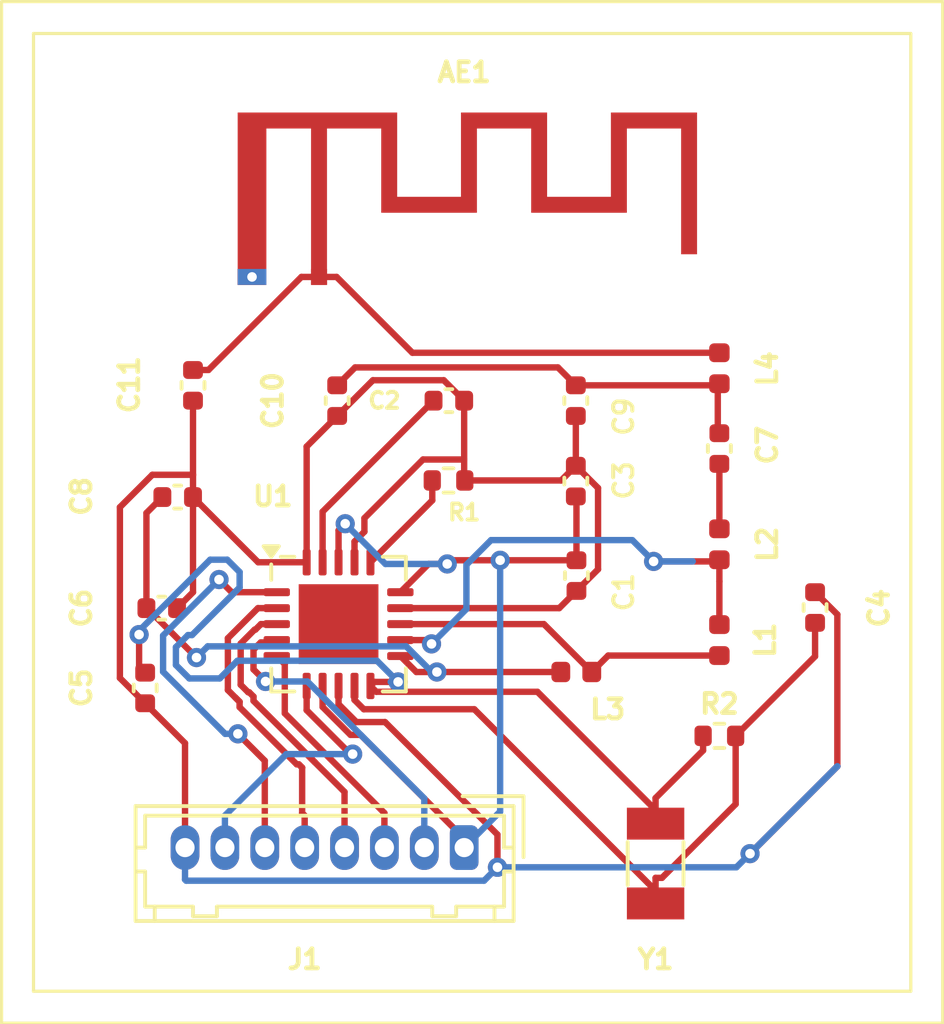
<source format=kicad_pcb>
(kicad_pcb (version 20241229) (generator "pcbnew") (generator_version "9.0")
  (layers (0 "F.Cu" signal) (2 "B.Cu" signal) (13 "F.Paste" user) (15 "B.Paste" user) (5 "F.SilkS" user "F.Silkscreen") (7 "B.SilkS" user "B.Silkscreen") (1 "F.Mask" user) (3 "B.Mask" user) (25 "Edge.Cuts" user))
  (net 0 "")
  (net 1 "Net-(AE1-A)")
  (net 2 "VDD")
  (net 3 "GND")
  (net 4 "Net-(U1-DVDD)")
  (net 5 "Net-(U1-XC2)")
  (net 6 "Net-(U1-XC1)")
  (net 7 "Net-(U1-VDD_PA)")
  (net 8 "Net-(C10-Pad2)")
  (net 9 "Net-(C7-Pad1)")
  (net 10 "Net-(J1-Pin_5)")
  (net 11 "Net-(J1-Pin_2)")
  (net 12 "Net-(J1-Pin_3)")
  (net 13 "Net-(J1-Pin_7)")
  (net 14 "Net-(J1-Pin_6)")
  (net 15 "Net-(J1-Pin_4)")
  (net 16 "Net-(U1-ANT1)")
  (net 17 "Net-(U1-ANT2)")
  (net 18 "Net-(U1-IREF)")
  (footprint "Inductor_SMD:L_0402_1005Metric" (layer "F.Cu") (at 93.5 66.5 -90)
    (property "Reference" "L1" (at 0 -1.437676 90) (layer "F.SilkS") (effects (font (size 0.6 0.6))))
    (property "Value" "8n2")
    (pad "1" smd roundrect (at -0.485 0 270) (size 0.59 0.64) (layers "F.Cu" "F.Mask" "F.Paste") (net 16 "Net-(U1-ANT1)"))
    (pad "2" smd roundrect (at 0.485 0 270) (size 0.59 0.64) (layers "F.Cu" "F.Mask" "F.Paste") (net 17 "Net-(U1-ANT2)"))
  )
  (footprint "Package_DFN_QFN:QFN-20-1EP_4x4mm_P0.5mm_EP2.5x2.5mm" (layer "F.Cu") (at 81.5625 66)
    (property "Reference" "U1" (at -2.0625 -4 0) (layer "F.SilkS") (effects (font (size 0.6 0.6))))
    (property "Value" "NRF24L01")
    (fp_line (start -2.11 -1.385) (end -2.11 -1.87) (stroke (width 0.12)) (layer "F.SilkS"))
    (fp_line (start -2.11 2.11) (end -2.11 1.385) (stroke (width 0.12)) (layer "F.SilkS"))
    (fp_line (start -1.385 -2.11) (end -1.81 -2.11) (stroke (width 0.12)) (layer "F.SilkS"))
    (fp_line (start -1.385 2.11) (end -2.11 2.11) (stroke (width 0.12)) (layer "F.SilkS"))
    (fp_line (start 1.385 -2.11) (end 2.11 -2.11) (stroke (width 0.12)) (layer "F.SilkS"))
    (fp_line (start 1.385 2.11) (end 2.11 2.11) (stroke (width 0.12)) (layer "F.SilkS"))
    (fp_line (start 2.11 -2.11) (end 2.11 -1.385) (stroke (width 0.12)) (layer "F.SilkS"))
    (fp_line (start 2.11 2.11) (end 2.11 1.385) (stroke (width 0.12)) (layer "F.SilkS"))
    (fp_poly (pts (xy -2.11 -2.11) (xy -2.35 -2.44) (xy -1.87 -2.44)) (stroke (width 0.12)) (fill yes) (layer "F.SilkS"))
    (pad "1" smd roundrect (at -1.9375 -1) (size 0.825 0.25) (layers "F.Cu" "F.Mask" "F.Paste") (net 14 "Net-(J1-Pin_6)"))
    (pad "2" smd roundrect (at -1.9375 -0.5) (size 0.825 0.25) (layers "F.Cu" "F.Mask" "F.Paste") (net 10 "Net-(J1-Pin_5)"))
    (pad "3" smd roundrect (at -1.9375 0) (size 0.825 0.25) (layers "F.Cu" "F.Mask" "F.Paste") (net 15 "Net-(J1-Pin_4)"))
    (pad "4" smd roundrect (at -1.9375 0.5) (size 0.825 0.25) (layers "F.Cu" "F.Mask" "F.Paste") (net 11 "Net-(J1-Pin_2)"))
    (pad "5" smd roundrect (at -1.9375 1) (size 0.825 0.25) (layers "F.Cu" "F.Mask" "F.Paste") (net 12 "Net-(J1-Pin_3)"))
    (pad "6" smd roundrect (at -1 1.9375) (size 0.25 0.825) (layers "F.Cu" "F.Mask" "F.Paste") (net 13 "Net-(J1-Pin_7)"))
    (pad "7" smd roundrect (at -0.5 1.9375) (size 0.25 0.825) (layers "F.Cu" "F.Mask" "F.Paste") (net 2 "VDD"))
    (pad "8" smd roundrect (at 0 1.9375) (size 0.25 0.825) (layers "F.Cu" "F.Mask" "F.Paste") (net 3 "GND"))
    (pad "9" smd roundrect (at 0.5 1.9375) (size 0.25 0.825) (layers "F.Cu" "F.Mask" "F.Paste") (net 5 "Net-(U1-XC2)"))
    (pad "10" smd roundrect (at 1 1.9375) (size 0.25 0.825) (layers "F.Cu" "F.Mask" "F.Paste") (net 6 "Net-(U1-XC1)"))
    (pad "11" smd roundrect (at 1.9375 1) (size 0.825 0.25) (layers "F.Cu" "F.Mask" "F.Paste") (net 7 "Net-(U1-VDD_PA)"))
    (pad "12" smd roundrect (at 1.9375 0.5) (size 0.825 0.25) (layers "F.Cu" "F.Mask" "F.Paste") (net 16 "Net-(U1-ANT1)"))
    (pad "13" smd roundrect (at 1.9375 0) (size 0.825 0.25) (layers "F.Cu" "F.Mask" "F.Paste") (net 17 "Net-(U1-ANT2)"))
    (pad "14" smd roundrect (at 1.9375 -0.5) (size 0.825 0.25) (layers "F.Cu" "F.Mask" "F.Paste") (net 3 "GND"))
    (pad "15" smd roundrect (at 1.9375 -1) (size 0.825 0.25) (layers "F.Cu" "F.Mask" "F.Paste") (net 2 "VDD"))
    (pad "16" smd roundrect (at 1 -1.9375) (size 0.25 0.825) (layers "F.Cu" "F.Mask" "F.Paste") (net 18 "Net-(U1-IREF)"))
    (pad "17" smd roundrect (at 0.5 -1.9375) (size 0.25 0.825) (layers "F.Cu" "F.Mask" "F.Paste") (net 3 "GND"))
    (pad "18" smd roundrect (at 0 -1.9375) (size 0.25 0.825) (layers "F.Cu" "F.Mask" "F.Paste") (net 2 "VDD"))
    (pad "19" smd roundrect (at -0.5 -1.9375) (size 0.25 0.825) (layers "F.Cu" "F.Mask" "F.Paste") (net 4 "Net-(U1-DVDD)"))
    (pad "20" smd roundrect (at -1 -1.9375) (size 0.25 0.825) (layers "F.Cu" "F.Mask" "F.Paste") (net 3 "GND"))
    (pad "21" smd rect (at 0 0) (size 2.5 2.5) (property pad_prop_heatsink) (layers "F.Cu" "F.Mask"))
  )
  (footprint "Capacitor_SMD:C_0402_1005Metric" (layer "F.Cu") (at 76.52 62.02)
    (property "Reference" "C8" (at -3.02 -0.02 90) (layer "F.SilkS") (effects (font (size 0.6 0.6))))
    (property "Value" "C_Small")
    (fp_line (start -0.107836 -0.36) (end 0.107836 -0.36) (stroke (width 0.12)) (layer "F.SilkS"))
    (fp_line (start -0.107836 0.36) (end 0.107836 0.36) (stroke (width 0.12)) (layer "F.SilkS"))
    (pad "1" smd roundrect (at -0.48 0) (size 0.56 0.62) (layers "F.Cu" "F.Mask" "F.Paste") (net 7 "Net-(U1-VDD_PA)"))
    (pad "2" smd roundrect (at 0.48 0) (size 0.56 0.62) (layers "F.Cu" "F.Mask" "F.Paste") (net 3 "GND"))
  )
  (footprint "Inductor_SMD:L_0402_1005Metric" (layer "F.Cu") (at 89.015 67.5 180)
    (property "Reference" "L3" (at -0.985 -1.17 0) (layer "F.SilkS") (effects (font (size 0.6 0.6))))
    (property "Value" "2n7")
    (pad "1" smd roundrect (at -0.485 0 180) (size 0.59 0.64) (layers "F.Cu" "F.Mask" "F.Paste") (net 17 "Net-(U1-ANT2)"))
    (pad "2" smd roundrect (at 0.485 0 180) (size 0.59 0.64) (layers "F.Cu" "F.Mask" "F.Paste") (net 7 "Net-(U1-VDD_PA)"))
  )
  (footprint "Capacitor_SMD:C_0402_1005Metric" (layer "F.Cu") (at 93.5 60.5 90)
    (property "Reference" "C7" (at 0.107836 1.5 90) (layer "F.SilkS") (effects (font (size 0.6 0.6))))
    (property "Value" "1p5")
    (fp_line (start -0.107836 -0.36) (end 0.107836 -0.36) (stroke (width 0.12)) (layer "F.SilkS"))
    (fp_line (start -0.107836 0.36) (end 0.107836 0.36) (stroke (width 0.12)) (layer "F.SilkS"))
    (pad "1" smd roundrect (at -0.48 0 90) (size 0.56 0.62) (layers "F.Cu" "F.Mask" "F.Paste") (net 9 "Net-(C7-Pad1)"))
    (pad "2" smd roundrect (at 0.48 0 90) (size 0.56 0.62) (layers "F.Cu" "F.Mask" "F.Paste") (net 8 "Net-(C10-Pad2)"))
  )
  (footprint "Connector_Hirose:Hirose_DF13-08P-1.25DSA_1x08_P1.25mm_Vertical" (layer "F.Cu") (at 85.5 73 180)
    (property "Reference" "J1" (at 5 -3.5 0) (layer "F.SilkS") (effects (font (size 0.6 0.6))))
    (property "Value" "Conn_01x08_Pin")
    (fp_line (start 10.3 1.3) (end 10.3 -2.3) (stroke (width 0.12)) (layer "F.SilkS"))
    (fp_line (start 10.3 -0.75) (end 10 -0.75) (stroke (width 0.12)) (layer "F.SilkS"))
    (fp_line (start 10.3 -2.3) (end -1.55 -2.3) (stroke (width 0.12)) (layer "F.SilkS"))
    (fp_line (start 10 1) (end 10 0) (stroke (width 0.12)) (layer "F.SilkS"))
    (fp_line (start 10 0) (end 10.3 0) (stroke (width 0.12)) (layer "F.SilkS"))
    (fp_line (start 10 -0.75) (end 10 -1.85) (stroke (width 0.12)) (layer "F.SilkS"))
    (fp_line (start 10 -1.85) (end 9.7 -1.85) (stroke (width 0.12)) (layer "F.SilkS"))
    (fp_line (start 9.7 -1.85) (end 9.7 -2.3) (stroke (width 0.12)) (layer "F.SilkS"))
    (fp_line (start 8.5 -1.85) (end 9.7 -1.85) (stroke (width 0.12)) (layer "F.SilkS"))
    (fp_line (start 8.5 -2.15) (end 8.5 -1.85) (stroke (width 0.12)) (layer "F.SilkS"))
    (fp_line (start 7.75 -1.85) (end 7.75 -2.15) (stroke (width 0.12)) (layer "F.SilkS"))
    (fp_line (start 7.75 -2.15) (end 8.5 -2.15) (stroke (width 0.12)) (layer "F.SilkS"))
    (fp_line (start 1 -1.85) (end 7.75 -1.85) (stroke (width 0.12)) (layer "F.SilkS"))
    (fp_line (start 1 -2.15) (end 1 -1.85) (stroke (width 0.12)) (layer "F.SilkS"))
    (fp_line (start 0.25 -1.85) (end 0.25 -2.15) (stroke (width 0.12)) (layer "F.SilkS"))
    (fp_line (start 0.25 -2.15) (end 1 -2.15) (stroke (width 0.12)) (layer "F.SilkS"))
    (fp_line (start -0.95 -1.85) (end 0.25 -1.85) (stroke (width 0.12)) (layer "F.SilkS"))
    (fp_line (start -0.95 -1.85) (end -0.95 -2.3) (stroke (width 0.12)) (layer "F.SilkS"))
    (fp_line (start -1.25 1) (end 10 1) (stroke (width 0.12)) (layer "F.SilkS"))
    (fp_line (start -1.25 0) (end -1.25 1) (stroke (width 0.12)) (layer "F.SilkS"))
    (fp_line (start -1.25 -0.75) (end -1.25 -1.85) (stroke (width 0.12)) (layer "F.SilkS"))
    (fp_line (start -1.25 -1.85) (end -0.95 -1.85) (stroke (width 0.12)) (layer "F.SilkS"))
    (fp_line (start -1.55 1.3) (end 10.3 1.3) (stroke (width 0.12)) (layer "F.SilkS"))
    (fp_line (start -1.55 0) (end -1.25 0) (stroke (width 0.12)) (layer "F.SilkS"))
    (fp_line (start -1.55 -0.75) (end -1.25 -0.75) (stroke (width 0.12)) (layer "F.SilkS"))
    (fp_line (start -1.55 -2.3) (end -1.55 1.3) (stroke (width 0.12)) (layer "F.SilkS"))
    (fp_line (start -1.86 1.61) (end 0.05 1.61) (stroke (width 0.12)) (layer "F.SilkS"))
    (fp_line (start -1.86 -0.3) (end -1.86 1.61) (stroke (width 0.12)) (layer "F.SilkS"))
    (pad "1" thru_hole roundrect (at 0 0 180) (size 0.9 1.4) (drill 0.6) (layers "*.Cu" "*.Mask") (net 2 "VDD"))
    (pad "2" thru_hole oval (at 1.25 0 180) (size 0.9 1.4) (drill 0.6) (layers "*.Cu" "*.Mask") (net 11 "Net-(J1-Pin_2)"))
    (pad "3" thru_hole oval (at 2.5 0 180) (size 0.9 1.4) (drill 0.6) (layers "*.Cu" "*.Mask") (net 12 "Net-(J1-Pin_3)"))
    (pad "4" thru_hole oval (at 3.75 0 180) (size 0.9 1.4) (drill 0.6) (layers "*.Cu" "*.Mask") (net 15 "Net-(J1-Pin_4)"))
    (pad "5" thru_hole oval (at 5 0 180) (size 0.9 1.4) (drill 0.6) (layers "*.Cu" "*.Mask") (net 10 "Net-(J1-Pin_5)"))
    (pad "6" thru_hole oval (at 6.25 0 180) (size 0.9 1.4) (drill 0.6) (layers "*.Cu" "*.Mask") (net 14 "Net-(J1-Pin_6)"))
    (pad "7" thru_hole oval (at 7.5 0 180) (size 0.9 1.4) (drill 0.6) (layers "*.Cu" "*.Mask") (net 13 "Net-(J1-Pin_7)"))
    (pad "8" thru_hole oval (at 8.75 0 180) (size 0.9 1.4) (drill 0.6) (layers "*.Cu" "*.Mask") (net 3 "GND"))
  )
  (footprint "Capacitor_SMD:C_0402_1005Metric" (layer "F.Cu") (at 89 61.52 90)
    (property "Reference" "C3" (at 0.02 1.5 90) (layer "F.SilkS") (effects (font (size 0.6 0.6) (thickness 0.125))))
    (property "Value" "1n")
    (fp_line (start -0.107836 -0.36) (end 0.107836 -0.36) (stroke (width 0.12)) (layer "F.SilkS"))
    (fp_line (start -0.107836 0.36) (end 0.107836 0.36) (stroke (width 0.12)) (layer "F.SilkS"))
    (pad "1" smd roundrect (at -0.48 0 90) (size 0.56 0.62) (layers "F.Cu" "F.Mask" "F.Paste") (net 2 "VDD"))
    (pad "2" smd roundrect (at 0.48 0 90) (size 0.56 0.62) (layers "F.Cu" "F.Mask" "F.Paste") (net 3 "GND"))
  )
  (footprint "RF_Antenna:Texas_SWRA117D_2.4GHz_Right" (layer "F.Cu") (at 80.95 55.125)
    (property "Reference" "AE1" (at 4.55 -6.41 0) (layer "F.SilkS") (effects (font (size 0.6 0.6))))
    (property "Value" "Antenna")
    (fp_poly (pts (xy 2.45 -2.51) (xy 4.45 -2.51) (xy 4.45 -5.15) (xy 7.15 -5.15) (xy 7.15 -2.51) (xy 9.15 -2.51) (xy 9.15 -5.15) (xy 11.85 -5.15) (xy 11.85 -0.71) (xy 11.35 -0.71) (xy 11.35 -4.65) (xy 9.65 -4.65) (xy 9.65 -2.01) (xy 6.65 -2.01) (xy 6.65 -4.65) (xy 4.95 -4.65) (xy 4.95 -2.01) (xy 1.95 -2.01) (xy 1.95 -4.65) (xy 0.25 -4.65) (xy 0.25 0.25) (xy -0.25 0.25) (xy -0.25 -4.65) (xy -1.65 -4.65) (xy -1.65 0.25) (xy -2.55 0.25) (xy -2.55 0.006785) (xy -2.247583 0.006785) (xy -2.237742 0.054395) (xy -2.213674 0.096797) (xy -2.175731 0.129581) (xy -2.167819 0.133935) (xy -2.125156 0.146043) (xy -2.076637 0.1453) (xy -2.031122 0.1324) (xy -2.012511 0.121787) (xy -1.978868 0.086553) (xy -1.958309 0.041368) (xy -1.951778 -0.008158) (xy -1.960218 -0.056417) (xy -1.977112 -0.088643) (xy -2.012372 -0.121313) (xy -2.057682 -0.141408) (xy -2.107267 -0.147982) (xy -2.155353 -0.140092) (xy -2.188245 -0.123186) (xy -2.223185 -0.086416) (xy -2.242847 -0.041622) (xy -2.247583 0.006785) (xy -2.55 0.006785) (xy -2.55 -5.15) (xy 2.45 -5.15) (xy 2.45 -2.51)) (fill yes) (layer "F.Cu"))
    (pad "1" connect rect (at 0 0) (size 0.5 0.5) (layers "F.Cu") (net 1 "Net-(AE1-A)"))
    (pad "2" thru_hole rect (at -2.1 0) (size 0.9 0.5) (drill 0.3) (layers "*.Cu"))
  )
  (footprint "Crystal:Crystal_SMD_3215-2Pin_3.2x1.5mm" (layer "F.Cu") (at 91.5 73.5 -90)
    (property "Reference" "Y1" (at 3 0 180) (layer "F.SilkS") (effects (font (size 0.6 0.6))))
    (property "Value" "16MHz")
    (fp_line (start -0.675 0.875) (end 0.675 0.875) (stroke (width 0.12)) (layer "F.SilkS"))
    (fp_line (start -0.675 -0.875) (end 0.675 -0.875) (stroke (width 0.12)) (layer "F.SilkS"))
    (pad "1" smd rect (at 1.25 0 270) (size 1 1.8) (layers "F.Cu" "F.Mask" "F.Paste") (net 5 "Net-(U1-XC2)"))
    (pad "2" smd rect (at -1.25 0 270) (size 1 1.8) (layers "F.Cu" "F.Mask" "F.Paste") (net 6 "Net-(U1-XC1)"))
  )
  (footprint "Capacitor_SMD:C_0402_1005Metric" (layer "F.Cu") (at 96.5 65.48 90)
    (property "Reference" "C4" (at -0.02 2 90) (layer "F.SilkS") (effects (font (size 0.6 0.6))))
    (property "Value" "22p")
    (fp_line (start -0.107836 -0.36) (end 0.107836 -0.36) (stroke (width 0.12)) (layer "F.SilkS"))
    (fp_line (start -0.107836 0.36) (end 0.107836 0.36) (stroke (width 0.12)) (layer "F.SilkS"))
    (pad "1" smd roundrect (at -0.48 0 90) (size 0.56 0.62) (layers "F.Cu" "F.Mask" "F.Paste") (net 5 "Net-(U1-XC2)"))
    (pad "2" smd roundrect (at 0.48 0 90) (size 0.56 0.62) (layers "F.Cu" "F.Mask" "F.Paste") (net 3 "GND"))
  )
  (footprint "Inductor_SMD:L_0402_1005Metric" (layer "F.Cu") (at 93.5 57.985 90)
    (property "Reference" "L4" (at -0.015 1.5 90) (layer "F.SilkS") (effects (font (size 0.6 0.6))))
    (property "Value" "Lx")
    (pad "1" smd roundrect (at -0.485 0 90) (size 0.59 0.64) (layers "F.Cu" "F.Mask" "F.Paste") (net 8 "Net-(C10-Pad2)"))
    (pad "2" smd roundrect (at 0.485 0 90) (size 0.59 0.64) (layers "F.Cu" "F.Mask" "F.Paste") (net 1 "Net-(AE1-A)"))
  )
  (footprint "Capacitor_SMD:C_0402_1005Metric" (layer "F.Cu") (at 85.02 59)
    (property "Reference" "C2" (at -2.02 0 0) (layer "F.SilkS") (effects (font (size 0.5 0.5) (thickness 0.125))))
    (property "Value" "33n")
    (fp_line (start -0.107836 -0.36) (end 0.107836 -0.36) (stroke (width 0.12)) (layer "F.SilkS"))
    (fp_line (start -0.107836 0.36) (end 0.107836 0.36) (stroke (width 0.12)) (layer "F.SilkS"))
    (pad "1" smd roundrect (at -0.48 0) (size 0.56 0.62) (layers "F.Cu" "F.Mask" "F.Paste") (net 4 "Net-(U1-DVDD)"))
    (pad "2" smd roundrect (at 0.48 0) (size 0.56 0.62) (layers "F.Cu" "F.Mask" "F.Paste") (net 3 "GND"))
  )
  (footprint "Capacitor_SMD:C_0402_1005Metric" (layer "F.Cu") (at 75.5 68 -90)
    (property "Reference" "C5" (at 0 2 90) (layer "F.SilkS") (effects (font (size 0.6 0.6))))
    (property "Value" "22p")
    (fp_line (start -0.107836 0.36) (end 0.107836 0.36) (stroke (width 0.12)) (layer "F.SilkS"))
    (fp_line (start -0.107836 -0.36) (end 0.107836 -0.36) (stroke (width 0.12)) (layer "F.SilkS"))
    (pad "1" smd roundrect (at -0.48 0 270) (size 0.56 0.62) (layers "F.Cu" "F.Mask" "F.Paste") (net 6 "Net-(U1-XC1)"))
    (pad "2" smd roundrect (at 0.48 0 270) (size 0.56 0.62) (layers "F.Cu" "F.Mask" "F.Paste") (net 3 "GND"))
  )
  (footprint "Inductor_SMD:L_0402_1005Metric" (layer "F.Cu") (at 93.5 63.5 90)
    (property "Reference" "L2" (at 0 1.5 90) (layer "F.SilkS") (effects (font (size 0.6 0.6))))
    (property "Value" "3n9")
    (pad "1" smd roundrect (at -0.485 0 90) (size 0.59 0.64) (layers "F.Cu" "F.Mask" "F.Paste") (net 16 "Net-(U1-ANT1)"))
    (pad "2" smd roundrect (at 0.485 0 90) (size 0.59 0.64) (layers "F.Cu" "F.Mask" "F.Paste") (net 9 "Net-(C7-Pad1)"))
  )
  (footprint "Resistor_SMD:R_0402_1005Metric" (layer "F.Cu") (at 85.01 61.5)
    (property "Reference" "R1" (at 0.49 1 0) (layer "F.SilkS") (effects (font (size 0.5 0.5) (thickness 0.125))))
    (property "Value" "22k")
    (fp_line (start -0.153641 -0.38) (end 0.153641 -0.38) (stroke (width 0.12)) (layer "F.SilkS"))
    (fp_line (start -0.153641 0.38) (end 0.153641 0.38) (stroke (width 0.12)) (layer "F.SilkS"))
    (pad "1" smd roundrect (at -0.51 0) (size 0.54 0.64) (layers "F.Cu" "F.Mask" "F.Paste") (net 18 "Net-(U1-IREF)"))
    (pad "2" smd roundrect (at 0.51 0) (size 0.54 0.64) (layers "F.Cu" "F.Mask" "F.Paste") (net 3 "GND"))
  )
  (footprint "Capacitor_SMD:C_0402_1005Metric" (layer "F.Cu") (at 77 58.52 90)
    (property "Reference" "C11" (at 0.02 -2 90) (layer "F.SilkS") (effects (font (size 0.6 0.6))))
    (property "Value" "Cx")
    (fp_line (start -0.107836 -0.36) (end 0.107836 -0.36) (stroke (width 0.12)) (layer "F.SilkS"))
    (fp_line (start -0.107836 0.36) (end 0.107836 0.36) (stroke (width 0.12)) (layer "F.SilkS"))
    (pad "1" smd roundrect (at -0.48 0 90) (size 0.56 0.62) (layers "F.Cu" "F.Mask" "F.Paste") (net 3 "GND"))
    (pad "2" smd roundrect (at 0.48 0 90) (size 0.56 0.62) (layers "F.Cu" "F.Mask" "F.Paste") (net 1 "Net-(AE1-A)"))
  )
  (footprint "Resistor_SMD:R_0402_1005Metric" (layer "F.Cu") (at 93.5 69.5 180)
    (property "Reference" "R2" (at 0 1 0) (layer "F.SilkS") (effects (font (size 0.6 0.6))))
    (property "Value" "10M")
    (fp_line (start -0.153641 0.38) (end 0.153641 0.38) (stroke (width 0.12)) (layer "F.SilkS"))
    (fp_line (start -0.153641 -0.38) (end 0.153641 -0.38) (stroke (width 0.12)) (layer "F.SilkS"))
    (pad "1" smd roundrect (at -0.51 0 180) (size 0.54 0.64) (layers "F.Cu" "F.Mask" "F.Paste") (net 5 "Net-(U1-XC2)"))
    (pad "2" smd roundrect (at 0.51 0 180) (size 0.54 0.64) (layers "F.Cu" "F.Mask" "F.Paste") (net 6 "Net-(U1-XC1)"))
  )
  (footprint "Capacitor_SMD:C_0402_1005Metric" (layer "F.Cu") (at 81.52 59 90)
    (property "Reference" "C10" (at 0 -2.02 90) (layer "F.SilkS") (effects (font (size 0.6 0.6))))
    (property "Value" "Cx")
    (fp_line (start -0.107836 -0.36) (end 0.107836 -0.36) (stroke (width 0.12)) (layer "F.SilkS"))
    (fp_line (start -0.107836 0.36) (end 0.107836 0.36) (stroke (width 0.12)) (layer "F.SilkS"))
    (pad "1" smd roundrect (at -0.48 0 90) (size 0.56 0.62) (layers "F.Cu" "F.Mask" "F.Paste") (net 3 "GND"))
    (pad "2" smd roundrect (at 0.48 0 90) (size 0.56 0.62) (layers "F.Cu" "F.Mask" "F.Paste") (net 8 "Net-(C10-Pad2)"))
  )
  (footprint "Capacitor_SMD:C_0402_1005Metric" (layer "F.Cu") (at 89.02 64.48 -90)
    (property "Reference" "C1" (at 0.52 -1.48 90) (layer "F.SilkS") (effects (font (size 0.6 0.6) (thickness 0.125))))
    (property "Value" "10n")
    (fp_line (start -0.107836 0.36) (end 0.107836 0.36) (stroke (width 0.12)) (layer "F.SilkS"))
    (fp_line (start -0.107836 -0.36) (end 0.107836 -0.36) (stroke (width 0.12)) (layer "F.SilkS"))
    (pad "1" smd roundrect (at -0.48 0 270) (size 0.56 0.62) (layers "F.Cu" "F.Mask" "F.Paste") (net 2 "VDD"))
    (pad "2" smd roundrect (at 0.48 0 270) (size 0.56 0.62) (layers "F.Cu" "F.Mask" "F.Paste") (net 3 "GND"))
  )
  (footprint "Capacitor_SMD:C_0402_1005Metric" (layer "F.Cu") (at 76.02 65.5)
    (property "Reference" "C6" (at -2.52 0 90) (layer "F.SilkS") (effects (font (size 0.6 0.6))))
    (property "Value" "C_Small")
    (fp_line (start -0.107836 -0.36) (end 0.107836 -0.36) (stroke (width 0.12)) (layer "F.SilkS"))
    (fp_line (start -0.107836 0.36) (end 0.107836 0.36) (stroke (width 0.12)) (layer "F.SilkS"))
    (pad "1" smd roundrect (at -0.48 0) (size 0.56 0.62) (layers "F.Cu" "F.Mask" "F.Paste") (net 7 "Net-(U1-VDD_PA)"))
    (pad "2" smd roundrect (at 0.48 0) (size 0.56 0.62) (layers "F.Cu" "F.Mask" "F.Paste") (net 3 "GND"))
  )
  (footprint "Capacitor_SMD:C_0402_1005Metric" (layer "F.Cu") (at 89 59 90)
    (property "Reference" "C9" (at -0.5 1.5 90) (layer "F.SilkS") (effects (font (size 0.6 0.6) (thickness 0.125))))
    (property "Value" "1p")
    (fp_line (start -0.107836 -0.36) (end 0.107836 -0.36) (stroke (width 0.12)) (layer "F.SilkS"))
    (fp_line (start -0.107836 0.36) (end 0.107836 0.36) (stroke (width 0.12)) (layer "F.SilkS"))
    (pad "1" smd roundrect (at -0.48 0 90) (size 0.56 0.62) (layers "F.Cu" "F.Mask" "F.Paste") (net 3 "GND"))
    (pad "2" smd roundrect (at 0.48 0 90) (size 0.56 0.62) (layers "F.Cu" "F.Mask" "F.Paste") (net 8 "Net-(C10-Pad2)"))
  )
  (gr_line (start 72 77.5) (end 99.5 77.5) (stroke (width 0.1)) (layer "F.SilkS"))
  (gr_line (start 99.5 77.5) (end 99.5 47.5) (stroke (width 0.1)) (layer "F.SilkS"))
  (gr_line (start 72 47.5) (end 72 77.5) (stroke (width 0.1)) (layer "F.SilkS"))
  (gr_rect (start 71 46.5) (end 100.5 78.5) (stroke (width 0.1)) (fill no) (layer "F.SilkS"))
  (gr_line (start 72 47.5) (end 99.5 47.5) (stroke (width 0.1)) (layer "F.SilkS"))
  (segment (start 93.5 57.5) (end 83.8767 57.5) (width 0.2) (layer "F.Cu") (net 1))
  (segment (start 83.8767 57.5) (end 81.5017 55.125) (width 0.2) (layer "F.Cu") (net 1))
  (segment (start 80.95 55.125) (end 81.5017 55.125) (width 0.2) (layer "F.Cu") (net 1))
  (segment (start 80.95 55.125) (end 80.3983 55.125) (width 0.2) (layer "F.Cu") (net 1))
  (segment (start 77.4833 58.04) (end 80.3983 55.125) (width 0.2) (layer "F.Cu") (net 1))
  (segment (start 77 58.04) (end 77.4833 58.04) (width 0.2) (layer "F.Cu") (net 1))
  (segment (start 81.9377 69.4701) (end 81.0625 68.5949) (width 0.2) (layer "F.Cu") (net 2))
  (segment (start 85.5 73) (end 85.5 72.7155) (width 0.2) (layer "F.Cu") (net 2))
  (segment (start 89.02 62.02) (end 89.02 64) (width 0.2) (layer "F.Cu") (net 2))
  (segment (start 82.2546 69.4701) (end 81.9377 69.4701) (width 0.2) (layer "F.Cu") (net 2))
  (segment (start 81.6668 62.9595) (end 81.771 62.8553) (width 0.2) (layer "F.Cu") (net 2))
  (segment (start 85.0428 64) (end 85.0841 64) (width 0.2) (layer "F.Cu") (net 2))
  (segment (start 81.0625 68.5949) (end 81.0625 67.9375) (width 0.2) (layer "F.Cu") (net 2))
  (segment (start 86.628 64) (end 85.0841 64) (width 0.2) (layer "F.Cu") (net 2))
  (segment (start 83.5 65) (end 84.3848 64.1152) (width 0.2) (layer "F.Cu") (net 2))
  (segment (start 85.5 72.7155) (end 82.2546 69.4701) (width 0.2) (layer "F.Cu") (net 2))
  (segment (start 84.3848 64.1152) (end 84.9689 64.1152) (width 0.2) (layer "F.Cu") (net 2))
  (segment (start 81.5625 63.0638) (end 81.5625 64.0625) (width 0.2) (layer "F.Cu") (net 2))
  (segment (start 84.9689 64) (end 84.9689 64.1152) (width 0.2) (layer "F.Cu") (net 2))
  (segment (start 81.771 62.8553) (end 81.5625 63.0638) (width 0.2) (layer "F.Cu") (net 2))
  (segment (start 81.771 62.8553) (end 81.6668 62.9595) (width 0.2) (layer "F.Cu") (net 2))
  (segment (start 86.628 64) (end 89.02 64) (width 0.2) (layer "F.Cu") (net 2))
  (segment (start 84.9689 64) (end 85.0428 64) (width 0.2) (layer "F.Cu") (net 2))
  (segment (start 89 62) (end 89.02 62.02) (width 0.2) (layer "F.Cu") (net 2))
  (via (at 84.9689 64.1152) (size 0.6) (drill 0.3) (layers "F.Cu" "B.Cu") (net 2))
  (via (at 86.628 64) (size 0.6) (drill 0.3) (layers "F.Cu" "B.Cu") (net 2))
  (via (at 81.771 62.8553) (size 0.6) (drill 0.3) (layers "F.Cu" "B.Cu") (net 2))
  (segment (start 83.0309 64.1152) (end 81.771 62.8553) (width 0.2) (layer "B.Cu") (net 2))
  (segment (start 84.9689 64.1152) (end 83.0309 64.1152) (width 0.2) (layer "B.Cu") (net 2))
  (segment (start 81.6668 62.9595) (end 81.771 62.8553) (width 0.2) (layer "B.Cu") (net 2))
  (segment (start 81.771 62.8553) (end 81.6668 62.9595) (width 0.2) (layer "B.Cu") (net 2))
  (segment (start 85.5 73) (end 86.628 71.872) (width 0.2) (layer "B.Cu") (net 2))
  (segment (start 86.628 71.872) (end 86.628 64) (width 0.2) (layer "B.Cu") (net 2))
  (segment (start 82.1227 69.0684) (end 81.5625 68.5082) (width 0.2) (layer "F.Cu") (net 3))
  (segment (start 89.6968 61.7368) (end 89.6968 64.2832) (width 0.2) (layer "F.Cu") (net 3))
  (segment (start 82.6391 58.3609) (end 84.8609 58.3609) (width 0.2) (layer "F.Cu") (net 3))
  (segment (start 75.5 68.48) (end 76.75 69.73) (width 0.2) (layer "F.Cu") (net 3))
  (segment (start 85.5 61.48) (end 85.5 60.8436) (width 0.2) (layer "F.Cu") (net 3))
  (segment (start 77 65) (end 76.5 65.5) (width 0.2) (layer "F.Cu") (net 3))
  (segment (start 82.3727 63.1045) (end 82.3727 62.6813) (width 0.2) (layer "F.Cu") (net 3))
  (segment (start 80.5625 60.4375) (end 81.52 59.48) (width 0.2) (layer "F.Cu") (net 3))
  (segment (start 74.7086 67.6886) (end 75.5 68.48) (width 0.2) (layer "F.Cu") (net 3))
  (segment (start 86.5435 72.5922) (end 83.0197 69.0684) (width 0.2) (layer "F.Cu") (net 3))
  (segment (start 86.5435 73.6172) (end 86.5435 72.5922) (width 0.2) (layer "F.Cu") (net 3))
  (segment (start 77 61.3226) (end 75.724 61.3226) (width 0.2) (layer "F.Cu") (net 3))
  (segment (start 85.52 61.5) (end 85.5 61.48) (width 0.2) (layer "F.Cu") (net 3))
  (segment (start 83.5 65.5) (end 88.48 65.5) (width 0.2) (layer "F.Cu") (net 3))
  (segment (start 79.0425 64.0625) (end 77 62.02) (width 0.2) (layer "F.Cu") (net 3))
  (segment (start 88.54 61.5) (end 85.52 61.5) (width 0.2) (layer "F.Cu") (net 3))
  (segment (start 97.1975 65.6975) (end 96.5 65) (width 0.2) (layer "F.Cu") (net 3))
  (segment (start 94.4612 73.1897) (end 97.1975 70.4534) (width 0.2) (layer "F.Cu") (net 3))
  (segment (start 89.6968 64.2832) (end 89.02 64.96) (width 0.2) (layer "F.Cu") (net 3))
  (segment (start 80.5625 64.0625) (end 79.0425 64.0625) (width 0.2) (layer "F.Cu") (net 3))
  (segment (start 84.2104 60.8436) (end 85.5 60.8436) (width 0.2) (layer "F.Cu") (net 3))
  (segment (start 77 62.02) (end 77 65) (width 0.2) (layer "F.Cu") (net 3))
  (segment (start 83.0197 69.0684) (end 82.1227 69.0684) (width 0.2) (layer "F.Cu") (net 3))
  (segment (start 74.7086 62.338) (end 74.7086 67.6886) (width 0.2) (layer "F.Cu") (net 3))
  (segment (start 75.724 61.3226) (end 74.7086 62.338) (width 0.2) (layer "F.Cu") (net 3))
  (segment (start 89 59.48) (end 89 61.04) (width 0.2) (layer "F.Cu") (net 3))
  (segment (start 81.52 59.48) (end 82.6391 58.3609) (width 0.2) (layer "F.Cu") (net 3))
  (segment (start 89 61.04) (end 89.6968 61.7368) (width 0.2) (layer "F.Cu") (net 3))
  (segment (start 97.1975 70.4534) (end 94.4612 73.1897) (width 0.2) (layer "F.Cu") (net 3))
  (segment (start 89 61.04) (end 88.54 61.5) (width 0.2) (layer "F.Cu") (net 3))
  (segment (start 94.4612 73.1897) (end 97.1975 70.4534) (width 0.2) (layer "F.Cu") (net 3))
  (segment (start 76.75 69.73) (end 76.75 73) (width 0.2) (layer "F.Cu") (net 3))
  (segment (start 77 59) (end 77 61.3226) (width 0.2) (layer "F.Cu") (net 3))
  (segment (start 88.48 65.5) (end 89.02 64.96) (width 0.2) (layer "F.Cu") (net 3))
  (segment (start 82.0625 64.0625) (end 82.0625 63.4147) (width 0.2) (layer "F.Cu") (net 3))
  (segment (start 81.5625 68.5082) (end 81.5625 67.9375) (width 0.2) (layer "F.Cu") (net 3))
  (segment (start 97.1975 70.4534) (end 97.1975 65.6975) (width 0.2) (layer "F.Cu") (net 3))
  (segment (start 82.0625 63.4147) (end 82.3727 63.1045) (width 0.2) (layer "F.Cu") (net 3))
  (segment (start 82.3727 62.6813) (end 84.2104 60.8436) (width 0.2) (layer "F.Cu") (net 3))
  (segment (start 80.5625 64.0625) (end 80.5625 60.4375) (width 0.2) (layer "F.Cu") (net 3))
  (segment (start 77 61.3226) (end 77 62.02) (width 0.2) (layer "F.Cu") (net 3))
  (segment (start 84.8609 58.3609) (end 85.5 59) (width 0.2) (layer "F.Cu") (net 3))
  (segment (start 85.5 60.8436) (end 85.5 59) (width 0.2) (layer "F.Cu") (net 3))
  (via (at 94.4612 73.1897) (size 0.6) (drill 0.3) (layers "F.Cu" "B.Cu") (net 3))
  (via (at 86.5435 73.6172) (size 0.6) (drill 0.3) (layers "F.Cu" "B.Cu") (net 3))
  (segment (start 94.0337 73.6172) (end 94.4612 73.1897) (width 0.2) (layer "B.Cu") (net 3))
  (segment (start 76.75 73) (end 76.75 74.0017) (width 0.2) (layer "B.Cu") (net 3))
  (segment (start 94.4612 73.1897) (end 97.1975 70.4534) (width 0.2) (layer "B.Cu") (net 3))
  (segment (start 86.123 74.0377) (end 86.5435 73.6172) (width 0.2) (layer "B.Cu") (net 3))
  (segment (start 76.75 74.0017) (end 76.786 74.0377) (width 0.2) (layer "B.Cu") (net 3))
  (segment (start 97.1975 70.4534) (end 94.4612 73.1897) (width 0.2) (layer "B.Cu") (net 3))
  (segment (start 86.5435 73.6172) (end 94.0337 73.6172) (width 0.2) (layer "B.Cu") (net 3))
  (segment (start 76.786 74.0377) (end 86.123 74.0377) (width 0.2) (layer "B.Cu") (net 3))
  (segment (start 81.0625 62.4775) (end 81.0625 64.0625) (width 0.2) (layer "F.Cu") (net 4))
  (segment (start 84.54 59) (end 81.0625 62.4775) (width 0.2) (layer "F.Cu") (net 4))
  (segment (start 91.7004 73.9483) (end 94.01 71.6387) (width 0.2) (layer "F.Cu") (net 5))
  (segment (start 91.5 73.9483) (end 91.7004 73.9483) (width 0.2) (layer "F.Cu") (net 5))
  (segment (start 91.5 74.3491) (end 85.8176 68.6667) (width 0.2) (layer "F.Cu") (net 5))
  (segment (start 91.5 74.3491) (end 91.5 73.9483) (width 0.2) (layer "F.Cu") (net 5))
  (segment (start 91.5 74.75) (end 91.5 74.3491) (width 0.2) (layer "F.Cu") (net 5))
  (segment (start 85.8176 68.6667) (end 82.3543 68.6667) (width 0.2) (layer "F.Cu") (net 5))
  (segment (start 96.5 65.96) (end 96.5 67.01) (width 0.2) (layer "F.Cu") (net 5))
  (segment (start 82.3543 68.6667) (end 82.0625 68.3749) (width 0.2) (layer "F.Cu") (net 5))
  (segment (start 94.01 71.6387) (end 94.01 69.5) (width 0.2) (layer "F.Cu") (net 5))
  (segment (start 82.0625 68.3749) (end 82.0625 67.9375) (width 0.2) (layer "F.Cu") (net 5))
  (segment (start 96.5 67.01) (end 94.01 69.5) (width 0.2) (layer "F.Cu") (net 5))
  (segment (start 75.3103 66.525) (end 75.3103 66.3282) (width 0.2) (layer "F.Cu") (net 6))
  (segment (start 83.4293 67.8106) (end 82.6894 67.8106) (width 0.2) (layer "F.Cu") (net 6))
  (segment (start 75.5 67.52) (end 75.3103 67.3303) (width 0.2) (layer "F.Cu") (net 6))
  (segment (start 91.5 72.25) (end 91.5 71.8237) (width 0.2) (layer "F.Cu") (net 6))
  (segment (start 87.7959 68.1196) (end 91.5 71.8237) (width 0.2) (layer "F.Cu") (net 6))
  (segment (start 92.99 69.5) (end 92.99 69.9583) (width 0.2) (layer "F.Cu") (net 6))
  (segment (start 91.5 71.8237) (end 91.5 71.4483) (width 0.2) (layer "F.Cu") (net 6))
  (segment (start 82.5625 67.9375) (end 82.7446 68.1196) (width 0.2) (layer "F.Cu") (net 6))
  (segment (start 83.4293 67.8106) (end 83.1981 67.8106) (width 0.2) (layer "F.Cu") (net 6))
  (segment (start 82.6894 67.8106) (end 82.5625 67.9375) (width 0.2) (layer "F.Cu") (net 6))
  (segment (start 82.7446 68.1196) (end 87.7959 68.1196) (width 0.2) (layer "F.Cu") (net 6))
  (segment (start 92.99 69.9583) (end 91.5 71.4483) (width 0.2) (layer "F.Cu") (net 6))
  (segment (start 83.1981 67.8106) (end 83.4293 67.8106) (width 0.2) (layer "F.Cu") (net 6))
  (segment (start 75.3103 67.3303) (end 75.3103 66.525) (width 0.2) (layer "F.Cu") (net 6))
  (via (at 75.3103 66.3282) (size 0.6) (drill 0.3) (layers "F.Cu" "B.Cu") (net 6))
  (via (at 83.4293 67.8106) (size 0.6) (drill 0.3) (layers "F.Cu" "B.Cu") (net 6))
  (segment (start 76.8838 67.7009) (end 77.839 67.7009) (width 0.2) (layer "B.Cu") (net 6))
  (segment (start 77.839 67.7009) (end 78.3922 67.1477) (width 0.2) (layer "B.Cu") (net 6))
  (segment (start 78.3922 67.1477) (end 82.7664 67.1477) (width 0.2) (layer "B.Cu") (net 6))
  (segment (start 75.3103 66.2101) (end 77.5378 63.9826) (width 0.2) (layer "B.Cu") (net 6))
  (segment (start 83.1981 67.8106) (end 83.4293 67.8106) (width 0.2) (layer "B.Cu") (net 6))
  (segment (start 76.9703 66.3425) (end 76.8436 66.3425) (width 0.2) (layer "B.Cu") (net 6))
  (segment (start 78.4616 64.3693) (end 78.4616 64.8512) (width 0.2) (layer "B.Cu") (net 6))
  (segment (start 76.8436 66.3425) (end 76.4639 66.7222) (width 0.2) (layer "B.Cu") (net 6))
  (segment (start 78.0749 63.9826) (end 78.4616 64.3693) (width 0.2) (layer "B.Cu") (net 6))
  (segment (start 82.7664 67.1477) (end 83.4293 67.8106) (width 0.2) (layer "B.Cu") (net 6))
  (segment (start 76.4639 66.7222) (end 76.4639 67.281) (width 0.2) (layer "B.Cu") (net 6))
  (segment (start 75.3103 66.3282) (end 75.3103 66.2101) (width 0.2) (layer "B.Cu") (net 6))
  (segment (start 76.4639 67.281) (end 76.8838 67.7009) (width 0.2) (layer "B.Cu") (net 6))
  (segment (start 83.4293 67.8106) (end 83.1981 67.8106) (width 0.2) (layer "B.Cu") (net 6))
  (segment (start 77.5378 63.9826) (end 78.0749 63.9826) (width 0.2) (layer "B.Cu") (net 6))
  (segment (start 78.4616 64.8512) (end 76.9703 66.3425) (width 0.2) (layer "B.Cu") (net 6))
  (segment (start 83.5 67) (end 84 67.5) (width 0.2) (layer "F.Cu") (net 7))
  (segment (start 84.645 67.5) (end 84.5662 67.5788) (width 0.2) (layer "F.Cu") (net 7))
  (segment (start 75.54 62.52) (end 75.54 65.5) (width 0.2) (layer "F.Cu") (net 7))
  (segment (start 88.53 67.5) (end 84.645 67.5) (width 0.2) (layer "F.Cu") (net 7))
  (segment (start 76.04 62.02) (end 75.54 62.52) (width 0.2) (layer "F.Cu") (net 7))
  (segment (start 77.0799 67.0179) (end 77.1097 67.0477) (width 0.2) (layer "F.Cu") (net 7))
  (segment (start 77.1097 67.0477) (end 75.562 65.5) (width 0.2) (layer "F.Cu") (net 7))
  (segment (start 84 67.5) (end 84.645 67.5) (width 0.2) (layer "F.Cu") (net 7))
  (segment (start 84.5662 67.5788) (end 84.645 67.5) (width 0.2) (layer "F.Cu") (net 7))
  (segment (start 75.562 65.5) (end 75.54 65.5) (width 0.2) (layer "F.Cu") (net 7))
  (segment (start 77.1097 67.0477) (end 77.0799 67.0179) (width 0.2) (layer "F.Cu") (net 7))
  (via (at 77.1097 67.0477) (size 0.6) (drill 0.3) (layers "F.Cu" "B.Cu") (net 7))
  (via (at 84.645 67.5) (size 0.6) (drill 0.3) (layers "F.Cu" "B.Cu") (net 7))
  (segment (start 84.645 67.5) (end 84.4874 67.5) (width 0.2) (layer "B.Cu") (net 7))
  (segment (start 84.4874 67.5) (end 83.6836 66.6962) (width 0.2) (layer "B.Cu") (net 7))
  (segment (start 77.1097 67.0477) (end 77.0799 67.0179) (width 0.2) (layer "B.Cu") (net 7))
  (segment (start 83.6836 66.6962) (end 77.4612 66.6962) (width 0.2) (layer "B.Cu") (net 7))
  (segment (start 77.4612 66.6962) (end 77.1097 67.0477) (width 0.2) (layer "B.Cu") (net 7))
  (segment (start 77.0799 67.0179) (end 77.1097 67.0477) (width 0.2) (layer "B.Cu") (net 7))
  (segment (start 93.45 58.52) (end 93.5 58.47) (width 0.2) (layer "F.Cu") (net 8))
  (segment (start 89 58.52) (end 88.4392 57.9592) (width 0.2) (layer "F.Cu") (net 8))
  (segment (start 88.4392 57.9592) (end 82.0808 57.9592) (width 0.2) (layer "F.Cu") (net 8))
  (segment (start 89 58.52) (end 93.45 58.52) (width 0.2) (layer "F.Cu") (net 8))
  (segment (start 93.5 60.02) (end 93.45 59.97) (width 0.2) (layer "F.Cu") (net 8))
  (segment (start 82.0808 57.9592) (end 81.52 58.52) (width 0.2) (layer "F.Cu") (net 8))
  (segment (start 93.45 59.97) (end 93.45 58.52) (width 0.2) (layer "F.Cu") (net 8))
  (segment (start 93.5 63.015) (end 93.5 60.98) (width 0.2) (layer "F.Cu") (net 9))
  (segment (start 79.625 65.5) (end 79.0351 65.5) (width 0.2) (layer "F.Cu") (net 10))
  (segment (start 78.4604 68.6013) (end 80.2523 70.3932) (width 0.2) (layer "F.Cu") (net 10))
  (segment (start 78.4604 68.4331) (end 78.4604 68.6013) (width 0.2) (layer "F.Cu") (net 10))
  (segment (start 78.3285 68.3012) (end 78.4604 68.4331) (width 0.2) (layer "F.Cu") (net 10))
  (segment (start 78.0931 66.442) (end 78.0931 68.0658) (width 0.2) (layer "F.Cu") (net 10))
  (segment (start 80.5 73) (end 80.5 71.9983) (width 0.2) (layer "F.Cu") (net 10))
  (segment (start 78.0931 68.0658) (end 78.3285 68.3012) (width 0.2) (layer "F.Cu") (net 10))
  (segment (start 78.3285 68.3012) (end 78.4604 68.4331) (width 0.2) (layer "F.Cu") (net 10))
  (segment (start 80.4212 71.9195) (end 80.5 71.9983) (width 0.2) (layer "F.Cu") (net 10))
  (segment (start 79.0351 65.5) (end 78.0931 66.442) (width 0.2) (layer "F.Cu") (net 10))
  (segment (start 80.3182 70.3932) (end 80.4212 70.4962) (width 0.2) (layer "F.Cu") (net 10))
  (segment (start 80.2523 70.3932) (end 80.3182 70.3932) (width 0.2) (layer "F.Cu") (net 10))
  (segment (start 80.4212 70.4962) (end 80.4212 71.9195) (width 0.2) (layer "F.Cu") (net 10))
  (segment (start 80.3182 70.3932) (end 80.4212 70.4962) (width 0.2) (layer "F.Cu") (net 10))
  (segment (start 79.1357 67.6577) (end 79.2747 67.7967) (width 0.2) (layer "F.Cu") (net 11))
  (segment (start 78.8965 67.4185) (end 78.8965 66.8005) (width 0.2) (layer "F.Cu") (net 11))
  (segment (start 79.2747 67.7967) (end 78.8965 67.4185) (width 0.2) (layer "F.Cu") (net 11))
  (segment (start 79.2747 67.7967) (end 79.1357 67.6577) (width 0.2) (layer "F.Cu") (net 11))
  (segment (start 79.5519 66.5731) (end 79.625 66.5) (width 0.2) (layer "F.Cu") (net 11))
  (segment (start 78.8965 66.8005) (end 79.1239 66.5731) (width 0.2) (layer "F.Cu") (net 11))
  (segment (start 79.1239 66.5731) (end 79.5519 66.5731) (width 0.2) (layer "F.Cu") (net 11))
  (via (at 79.2747 67.7967) (size 0.6) (drill 0.3) (layers "F.Cu" "B.Cu") (net 11))
  (segment (start 79.1357 67.6577) (end 79.2747 67.7967) (width 0.2) (layer "B.Cu") (net 11))
  (segment (start 84.25 73) (end 84.25 71.4604) (width 0.2) (layer "B.Cu") (net 11))
  (segment (start 80.5863 67.7967) (end 79.2747 67.7967) (width 0.2) (layer "B.Cu") (net 11))
  (segment (start 84.25 71.4604) (end 80.5863 67.7967) (width 0.2) (layer "B.Cu") (net 11))
  (segment (start 79.2747 67.7967) (end 79.1357 67.6577) (width 0.2) (layer "B.Cu") (net 11))
  (segment (start 83 71.9172) (end 79.8764 68.7936) (width 0.2) (layer "F.Cu") (net 12))
  (segment (start 79.8764 67.2514) (end 79.625 67) (width 0.2) (layer "F.Cu") (net 12))
  (segment (start 79.8764 68.7936) (end 79.8764 67.2514) (width 0.2) (layer "F.Cu") (net 12))
  (segment (start 83 73) (end 83 71.9172) (width 0.2) (layer "F.Cu") (net 12))
  (segment (start 81.9377 70.0718) (end 82.0054 70.0718) (width 0.2) (layer "F.Cu") (net 13))
  (segment (start 80.5625 68.6966) (end 81.9377 70.0718) (width 0.2) (layer "F.Cu") (net 13))
  (segment (start 80.5625 67.9375) (end 80.5625 68.6966) (width 0.2) (layer "F.Cu") (net 13))
  (via (at 82.0054 70.0718) (size 0.6) (drill 0.3) (layers "F.Cu" "B.Cu") (net 13))
  (segment (start 79.9265 70.0718) (end 78 71.9983) (width 0.2) (layer "B.Cu") (net 13))
  (segment (start 82.0054 70.0718) (end 79.9265 70.0718) (width 0.2) (layer "B.Cu") (net 13))
  (segment (start 78 73) (end 78 71.9983) (width 0.2) (layer "B.Cu") (net 13))
  (segment (start 78.4072 69.4365) (end 79.25 70.2793) (width 0.2) (layer "F.Cu") (net 14))
  (segment (start 79.25 70.2793) (end 79.25 73) (width 0.2) (layer "F.Cu") (net 14))
  (segment (start 78.2116 65) (end 77.8157 64.6041) (width 0.2) (layer "F.Cu") (net 14))
  (segment (start 79.625 65) (end 78.2116 65) (width 0.2) (layer "F.Cu") (net 14))
  (via (at 77.8157 64.6041) (size 0.6) (drill 0.3) (layers "F.Cu" "B.Cu") (net 14))
  (via (at 78.4072 69.4365) (size 0.6) (drill 0.3) (layers "F.Cu" "B.Cu") (net 14))
  (segment (start 77.8157 64.6041) (end 76.0622 66.3576) (width 0.2) (layer "B.Cu") (net 14))
  (segment (start 76.0622 66.3576) (end 76.0622 67.4932) (width 0.2) (layer "B.Cu") (net 14))
  (segment (start 78.0055 69.4365) (end 78.4072 69.4365) (width 0.2) (layer "B.Cu") (net 14))
  (segment (start 76.0622 67.4932) (end 78.0055 69.4365) (width 0.2) (layer "B.Cu") (net 14))
  (segment (start 81.75 71.257) (end 81.75 73) (width 0.2) (layer "F.Cu") (net 15))
  (segment (start 78.9302 66.1729) (end 78.4948 66.6083) (width 0.2) (layer "F.Cu") (net 15))
  (segment (start 80.8229 70.3299) (end 81.75 71.257) (width 0.2) (layer "F.Cu") (net 15))
  (segment (start 78.4948 67.8995) (end 78.7302 68.1349) (width 0.2) (layer "F.Cu") (net 15))
  (segment (start 78.8965 68.4035) (end 80.5928 70.0998) (width 0.2) (layer "F.Cu") (net 15))
  (segment (start 78.9561 66.1729) (end 78.9302 66.1729) (width 0.2) (layer "F.Cu") (net 15))
  (segment (start 80.5928 70.0998) (end 80.8229 70.3299) (width 0.2) (layer "F.Cu") (net 15))
  (segment (start 79.625 66) (end 79.129 66) (width 0.2) (layer "F.Cu") (net 15))
  (segment (start 78.4948 66.6083) (end 78.4948 67.8995) (width 0.2) (layer "F.Cu") (net 15))
  (segment (start 79.129 66) (end 78.9561 66.1729) (width 0.2) (layer "F.Cu") (net 15))
  (segment (start 80.5928 70.0998) (end 80.8229 70.3299) (width 0.2) (layer "F.Cu") (net 15))
  (segment (start 78.7621 68.1349) (end 78.8965 68.2693) (width 0.2) (layer "F.Cu") (net 15))
  (segment (start 78.7302 68.1349) (end 78.7621 68.1349) (width 0.2) (layer "F.Cu") (net 15))
  (segment (start 78.8965 68.2693) (end 78.8965 68.4035) (width 0.2) (layer "F.Cu") (net 15))
  (segment (start 93.5 64.6627) (end 93.5 64.0363) (width 0.2) (layer "F.Cu") (net 16))
  (segment (start 93.5 64.0363) (end 93.5 63.985) (width 0.2) (layer "F.Cu") (net 16))
  (segment (start 84.3576 66.5) (end 83.5 66.5) (width 0.2) (layer "F.Cu") (net 16))
  (segment (start 93.5 64.0363) (end 91.4383 64.0363) (width 0.2) (layer "F.Cu") (net 16))
  (segment (start 92.6624 64.0363) (end 91.4383 64.0363) (width 0.2) (layer "F.Cu") (net 16))
  (segment (start 84.4771 66.6195) (end 84.3576 66.5) (width 0.2) (layer "F.Cu") (net 16))
  (segment (start 93.5 66.015) (end 93.5 64.6627) (width 0.2) (layer "F.Cu") (net 16))
  (segment (start 91.4383 64.0363) (end 92.6624 64.0363) (width 0.2) (layer "F.Cu") (net 16))
  (via (at 91.4383 64.0363) (size 0.6) (drill 0.3) (layers "F.Cu" "B.Cu") (net 16))
  (via (at 84.4771 66.6195) (size 0.6) (drill 0.3) (layers "F.Cu" "B.Cu") (net 16))
  (segment (start 84.4771 66.6195) (end 85.5706 65.526) (width 0.2) (layer "B.Cu") (net 16))
  (segment (start 85.5706 65.526) (end 85.5706 64.1405) (width 0.2) (layer "B.Cu") (net 16))
  (segment (start 92.6624 64.0363) (end 91.4383 64.0363) (width 0.2) (layer "B.Cu") (net 16))
  (segment (start 85.5706 64.1405) (end 86.3424 63.3687) (width 0.2) (layer "B.Cu") (net 16))
  (segment (start 86.3424 63.3687) (end 90.7707 63.3687) (width 0.2) (layer "B.Cu") (net 16))
  (segment (start 91.4383 64.0363) (end 92.6624 64.0363) (width 0.2) (layer "B.Cu") (net 16))
  (segment (start 90.7707 63.3687) (end 91.4383 64.0363) (width 0.2) (layer "B.Cu") (net 16))
  (segment (start 89.5 67.5) (end 88 66) (width 0.2) (layer "F.Cu") (net 17))
  (segment (start 88 66) (end 83.5 66) (width 0.2) (layer "F.Cu") (net 17))
  (segment (start 93.5 66.985) (end 90.015 66.985) (width 0.2) (layer "F.Cu") (net 17))
  (segment (start 90.015 66.985) (end 89.5 67.5) (width 0.2) (layer "F.Cu") (net 17))
  (segment (start 84.5 62.125) (end 84.5 61.5) (width 0.2) (layer "F.Cu") (net 18))
  (segment (start 82.5625 64.0625) (end 84.5 62.125) (width 0.2) (layer "F.Cu") (net 18))
)
</source>
